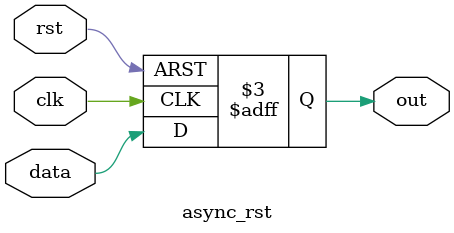
<source format=v>
module async_rst(input wire data,clk,rst,
output reg out);

always @(posedge clk or negedge rst)
begin
if(!rst) begin
out<=0;
end
else begin
out<=data;
end
end

endmodule
</source>
